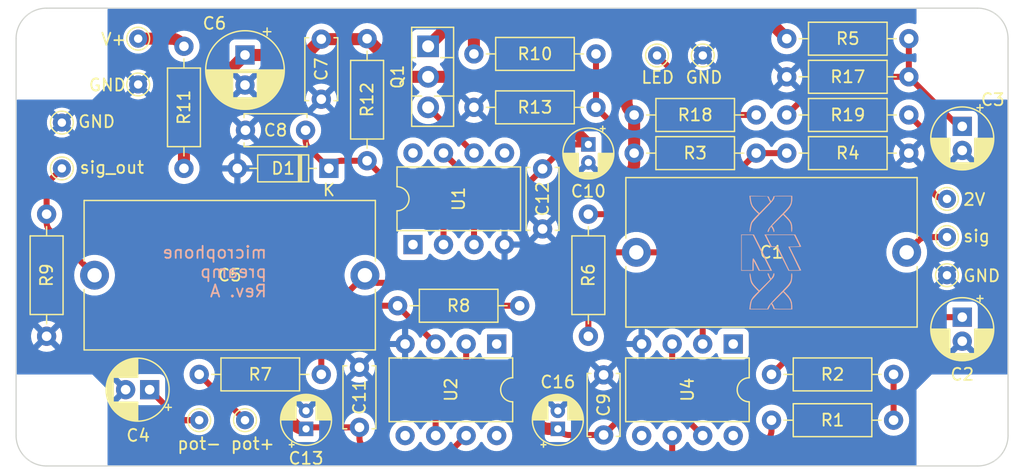
<source format=kicad_pcb>
(kicad_pcb (version 20221018) (generator pcbnew)
  (layers (0 "F.Cu" signal) (31 "B.Cu" signal) (34 "B.Paste" user) (35 "F.Paste" user) (36 "B.SilkS" user "B.Silkscreen") (37 "F.SilkS" user "F.Silkscreen") (38 "B.Mask" user) (39 "F.Mask" user) (44 "Edge.Cuts" user))
  (net 0 "")
  (net 1 "Net-(U4--)")
  (net 2 "Net-(R3-Pad1)")
  (net 3 "Net-(U2--)")
  (net 4 "/signal_input")
  (net 5 "Net-(C2-Pad1)")
  (net 6 "GND")
  (net 7 "/2V")
  (net 8 "Net-(U2-out)")
  (net 9 "Net-(J4-Pin_1)")
  (net 10 "/12V_filtered")
  (net 11 "Net-(D1-K)")
  (net 12 "/8V")
  (net 13 "/LED+")
  (net 14 "/12V")
  (net 15 "Net-(J3-Pin_1)")
  (net 16 "Net-(Q1-B)")
  (net 17 "Net-(U4-+)")
  (net 18 "Net-(U2-+)")
  (net 19 "Net-(U1-+)")
  (net 20 "Net-(J6-Pin_1)")
  (net 21 "Net-(J7-Pin_1)")
  (footprint "Package_DIP:DIP-8_W7.62mm" (layer "F.Cu") (at 173.345 104.15 -90)
    (fp_text reference "U2" (at 3.8 3.8 90) (layer "F.SilkS"))
    (fp_text value "~")
    (pad "1" thru_hole rect (at 0 0 270) (size 1.6 1.6) (drill 0.8) (layers "*.Cu" "*.Mask"))
    (pad "2" thru_hole oval (at 0 2.54 270) (size 1.6 1.6) (drill 0.8) (layers "*.Cu" "*.Mask") (net 3 "Net-(U2--)"))
    (pad "3" thru_hole oval (at 0 5.08 270) (size 1.6 1.6) (drill 0.8) (layers "*.Cu" "*.Mask") (net 18 "Net-(U2-+)"))
    (pad "4" thru_hole oval (at 0 7.62 270) (size 1.6 1.6) (drill 0.8) (layers "*.Cu" "*.Mask") (net 6 "GND"))
    (pad "5" thru_hole oval (at 7.62 7.62 270) (size 1.6 1.6) (drill 0.8) (layers "*.Cu" "*.Mask"))
    (pad "6" thru_hole oval (at 7.62 5.08 270) (size 1.6 1.6) (drill 0.8) (layers "*.Cu" "*.Mask") (net 8 "Net-(U2-out)"))
    (pad "7" thru_hole oval (at 7.62 2.54 270) (size 1.6 1.6) (drill 0.8) (layers "*.Cu" "*.Mask") (net 12 "/8V"))
    (pad "8" thru_hole oval (at 7.62 0 270) (size 1.6 1.6) (drill 0.8) (layers "*.Cu" "*.Mask"))
  )
  (footprint "Capacitor_THT:CP_Radial_D4.0mm_P1.50mm" (layer "F.Cu") (at 180.975 87.542401 -90)
    (fp_text reference "C10" (at 3.897599 0 -180) (layer "F.SilkS"))
    (fp_text value "10uF")
    (pad "1" thru_hole rect (at 0 0 270) (size 1.2 1.2) (drill 0.6) (layers "*.Cu" "*.Mask") (net 10 "/12V_filtered"))
    (pad "2" thru_hole circle (at 1.5 0 270) (size 1.2 1.2) (drill 0.6) (layers "*.Cu" "*.Mask") (net 6 "GND"))
  )
  (footprint "MountingHole:MountingHole_3.2mm_M3_DIN965" (layer "F.Cu") (at 137.16 80.01)
    (fp_text reference "H1" hide)
    (fp_text value "MountingHole")
    (pad "" np_thru_hole circle (at 0 0) (size 3.2 3.2) (drill 3.2) (layers "*.Cu" "*.Mask"))
  )
  (footprint "Resistor_THT:R_Axial_DIN0207_L6.3mm_D2.5mm_P10.16mm_Horizontal" (layer "F.Cu") (at 207.645 88.265 180)
    (fp_text reference "R4" (at 5.08 0 180) (layer "F.SilkS"))
    (fp_text value "4.7k")
    (pad "1" thru_hole circle (at 0 0 180) (size 1.6 1.6) (drill 0.8) (layers "*.Cu" "*.Mask") (net 6 "GND"))
    (pad "2" thru_hole oval (at 10.16 0 180) (size 1.6 1.6) (drill 0.8) (layers "*.Cu" "*.Mask") (net 2 "Net-(R3-Pad1)"))
  )
  (footprint "TestPoint:TestPoint_THTPad_D1.5mm_Drill0.7mm" (layer "F.Cu") (at 137.16 89.535 -90)
    (fp_text reference "J4" hide)
    (fp_text value "sig_out")
    (pad "1" thru_hole circle (at 0 0 270) (size 1.5 1.5) (drill 0.7) (layers "*.Cu" "*.Mask") (net 9 "Net-(J4-Pin_1)"))
  )
  (footprint "Capacitor_THT:C_Disc_D5.0mm_W2.5mm_P5.00mm" (layer "F.Cu") (at 161.925 111.085 90)
    (fp_text reference "C11" (at 2.5 0 90) (layer "F.SilkS"))
    (fp_text value "100nF")
    (pad "1" thru_hole circle (at 0 0 90) (size 1.6 1.6) (drill 0.8) (layers "*.Cu" "*.Mask") (net 12 "/8V"))
    (pad "2" thru_hole circle (at 5 0 90) (size 1.6 1.6) (drill 0.8) (layers "*.Cu" "*.Mask") (net 6 "GND"))
  )
  (footprint "Capacitor_THT:CP_Radial_D5.0mm_P2.00mm" (layer "F.Cu") (at 212.09 101.914888 -90)
    (fp_text reference "C2" (at 4.765112 0 -180) (layer "F.SilkS"))
    (fp_text value "22uF")
    (pad "1" thru_hole rect (at 0 0 270) (size 1.6 1.6) (drill 0.8) (layers "*.Cu" "*.Mask") (net 5 "Net-(C2-Pad1)"))
    (pad "2" thru_hole circle (at 2 0 270) (size 1.6 1.6) (drill 0.8) (layers "*.Cu" "*.Mask") (net 6 "GND"))
  )
  (footprint "TestPoint:TestPoint_THTPad_D1.5mm_Drill0.7mm" (layer "F.Cu") (at 137.16 85.725)
    (fp_text reference "J10" hide)
    (fp_text value "GND")
    (pad "1" thru_hole circle (at 0 0) (size 1.5 1.5) (drill 0.7) (layers "*.Cu" "*.Mask") (net 6 "GND"))
  )
  (footprint "Resistor_THT:R_Axial_DIN0207_L6.3mm_D2.5mm_P10.16mm_Horizontal" (layer "F.Cu") (at 197.485 85.09)
    (fp_text reference "R19" (at 5.08 0 180) (layer "F.SilkS"))
    (fp_text value "15k")
    (pad "1" thru_hole circle (at 0 0) (size 1.6 1.6) (drill 0.8) (layers "*.Cu" "*.Mask") (net 7 "/2V"))
    (pad "2" thru_hole oval (at 10.16 0) (size 1.6 1.6) (drill 0.8) (layers "*.Cu" "*.Mask") (net 21 "Net-(J7-Pin_1)"))
  )
  (footprint "Package_DIP:DIP-8_W7.62mm" (layer "F.Cu") (at 193.03 104.15 -90)
    (fp_text reference "U4" (at 3.8 3.8 90) (layer "F.SilkS"))
    (fp_text value "~")
    (pad "1" thru_hole rect (at 0 0 270) (size 1.6 1.6) (drill 0.8) (layers "*.Cu" "*.Mask"))
    (pad "2" thru_hole oval (at 0 2.54 270) (size 1.6 1.6) (drill 0.8) (layers "*.Cu" "*.Mask") (net 1 "Net-(U4--)"))
    (pad "3" thru_hole oval (at 0 5.08 270) (size 1.6 1.6) (drill 0.8) (layers "*.Cu" "*.Mask") (net 17 "Net-(U4-+)"))
    (pad "4" thru_hole oval (at 0 7.62 270) (size 1.6 1.6) (drill 0.8) (layers "*.Cu" "*.Mask") (net 6 "GND"))
    (pad "5" thru_hole oval (at 7.62 7.62 270) (size 1.6 1.6) (drill 0.8) (layers "*.Cu" "*.Mask"))
    (pad "6" thru_hole oval (at 7.62 5.08 270) (size 1.6 1.6) (drill 0.8) (layers "*.Cu" "*.Mask") (net 3 "Net-(U2--)"))
    (pad "7" thru_hole oval (at 7.62 2.54 270) (size 1.6 1.6) (drill 0.8) (layers "*.Cu" "*.Mask") (net 12 "/8V"))
    (pad "8" thru_hole oval (at 7.62 0 270) (size 1.6 1.6) (drill 0.8) (layers "*.Cu" "*.Mask"))
  )
  (footprint "Capacitor_THT:CP_Radial_D4.0mm_P1.50mm" (layer "F.Cu") (at 157.48 111.2126 90)
    (fp_text reference "C13" (at -2.4524 0 180) (layer "F.SilkS"))
    (fp_text value "10uF")
    (pad "1" thru_hole rect (at 0 0 90) (size 1.2 1.2) (drill 0.6) (layers "*.Cu" "*.Mask") (net 12 "/8V"))
    (pad "2" thru_hole circle (at 1.5 0 90) (size 1.2 1.2) (drill 0.6) (layers "*.Cu" "*.Mask") (net 6 "GND"))
  )
  (footprint "Resistor_THT:R_Axial_DIN0207_L6.3mm_D2.5mm_P10.16mm_Horizontal" (layer "F.Cu") (at 207.645 78.74 180)
    (fp_text reference "R5" (at 5.08 0 180) (layer "F.SilkS"))
    (fp_text value "3k")
    (pad "1" thru_hole circle (at 0 0 180) (size 1.6 1.6) (drill 0.8) (layers "*.Cu" "*.Mask") (net 7 "/2V"))
    (pad "2" thru_hole oval (at 10.16 0 180) (size 1.6 1.6) (drill 0.8) (layers "*.Cu" "*.Mask") (net 12 "/8V"))
  )
  (footprint "Resistor_THT:R_Axial_DIN0207_L6.3mm_D2.5mm_P10.16mm_Horizontal" (layer "F.Cu") (at 147.32 79.375 -90)
    (fp_text reference "R11" (at 5.08 0 90) (layer "F.SilkS"))
    (fp_text value "50")
    (pad "1" thru_hole circle (at 0 0 270) (size 1.6 1.6) (drill 0.8) (layers "*.Cu" "*.Mask") (net 14 "/12V"))
    (pad "2" thru_hole oval (at 10.16 0 270) (size 1.6 1.6) (drill 0.8) (layers "*.Cu" "*.Mask") (net 10 "/12V_filtered"))
  )
  (footprint "Package_TO_SOT_THT:TO-126-3_Vertical" (layer "F.Cu") (at 167.64 79.375 -90)
    (fp_text reference "Q1" (at 2.54 2.54 -90) (layer "F.SilkS"))
    (fp_text value "BD139")
    (pad "1" thru_hole rect (at 0 0 270) (size 1.8 1.8) (drill 1) (layers "*.Cu" "*.Mask") (net 12 "/8V"))
    (pad "2" thru_hole oval (at 2.54 0 270) (size 1.8 1.8) (drill 1) (layers "*.Cu" "*.Mask") (net 10 "/12V_filtered"))
    (pad "3" thru_hole oval (at 5.08 0 270) (size 1.8 1.8) (drill 1) (layers "*.Cu" "*.Mask") (net 16 "Net-(Q1-B)"))
  )
  (footprint "Resistor_THT:R_Axial_DIN0207_L6.3mm_D2.5mm_P10.16mm_Horizontal" (layer "F.Cu") (at 171.45 84.455)
    (fp_text reference "R13" (at 5.08 0 180) (layer "F.SilkS"))
    (fp_text value "6.2k")
    (pad "1" thru_hole circle (at 0 0) (size 1.6 1.6) (drill 0.8) (layers "*.Cu" "*.Mask") (net 6 "GND"))
    (pad "2" thru_hole oval (at 10.16 0) (size 1.6 1.6) (drill 0.8) (layers "*.Cu" "*.Mask") (net 19 "Net-(U1-+)"))
  )
  (footprint "TestPoint:TestPoint_THTPad_D1.5mm_Drill0.7mm" (layer "F.Cu") (at 210.82 92.075)
    (fp_text reference "J7" hide)
    (fp_text value "2V")
    (pad "1" thru_hole circle (at 0 0) (size 1.5 1.5) (drill 0.7) (layers "*.Cu" "*.Mask") (net 21 "Net-(J7-Pin_1)"))
  )
  (footprint "TestPoint:TestPoint_THTPad_D1.5mm_Drill0.7mm" (layer "F.Cu") (at 143.51 82.55)
    (fp_text reference "J9" hide)
    (fp_text value "GND")
    (pad "1" thru_hole circle (at 0 0) (size 1.5 1.5) (drill 0.7) (layers "*.Cu" "*.Mask") (net 6 "GND"))
  )
  (footprint "Capacitor_THT:C_Disc_D5.0mm_W2.5mm_P5.00mm" (layer "F.Cu") (at 157.44 86.36 180)
    (fp_text reference "C8" (at 2.5 0) (layer "F.SilkS"))
    (fp_text value "100nF")
    (pad "1" thru_hole circle (at 0 0 180) (size 1.6 1.6) (drill 0.8) (layers "*.Cu" "*.Mask") (net 11 "Net-(D1-K)"))
    (pad "2" thru_hole circle (at 5 0 180) (size 1.6 1.6) (drill 0.8) (layers "*.Cu" "*.Mask") (net 6 "GND"))
  )
  (footprint "MountingHole:MountingHole_3.2mm_M3_DIN965" (layer "F.Cu") (at 137.16 110.49)
    (fp_text reference "H4" hide)
    (fp_text value "MountingHole")
    (pad "" np_thru_hole circle (at 0 0) (size 3.2 3.2) (drill 3.2) (layers "*.Cu" "*.Mask"))
  )
  (footprint "Resistor_THT:R_Axial_DIN0207_L6.3mm_D2.5mm_P10.16mm_Horizontal" (layer "F.Cu") (at 181.61 80.01 180)
    (fp_text reference "R10" (at 5.08 0 180) (layer "F.SilkS"))
    (fp_text value "1.8k")
    (pad "1" thru_hole circle (at 0 0 180) (size 1.6 1.6) (drill 0.8) (layers "*.Cu" "*.Mask") (net 19 "Net-(U1-+)"))
    (pad "2" thru_hole oval (at 10.16 0 180) (size 1.6 1.6) (drill 0.8) (layers "*.Cu" "*.Mask") (net 12 "/8V"))
  )
  (footprint "Resistor_THT:R_Axial_DIN0207_L6.3mm_D2.5mm_P10.16mm_Horizontal" (layer "F.Cu") (at 206.375 110.49 180)
    (fp_text reference "R1" (at 5.08 0) (layer "F.SilkS"))
    (fp_text value "47k")
    (pad "1" thru_hole circle (at 0 0 180) (size 1.6 1.6) (drill 0.8) (layers "*.Cu" "*.Mask") (net 17 "Net-(U4-+)"))
    (pad "2" thru_hole oval (at 10.16 0 180) (size 1.6 1.6) (drill 0.8) (layers "*.Cu" "*.Mask") (net 3 "Net-(U2--)"))
  )
  (footprint "Resistor_THT:R_Axial_DIN0207_L6.3mm_D2.5mm_P10.16mm_Horizontal" (layer "F.Cu") (at 180.975 93.345 -90)
    (fp_text reference "R6" (at 5.08 0 90) (layer "F.SilkS"))
    (fp_text value "47k")
    (pad "1" thru_hole circle (at 0 0 270) (size 1.6 1.6) (drill 0.8) (layers "*.Cu" "*.Mask") (net 2 "Net-(R3-Pad1)"))
    (pad "2" thru_hole oval (at 10.16 0 270) (size 1.6 1.6) (drill 0.8) (layers "*.Cu" "*.Mask") (net 1 "Net-(U4--)"))
  )
  (footprint "MountingHole:MountingHole_3.2mm_M3_DIN965" (layer "F.Cu") (at 212.09 80.01)
    (fp_text reference "H2" hide)
    (fp_text value "MountingHole")
    (pad "" np_thru_hole circle (at 0 0) (size 3.2 3.2) (drill 3.2) (layers "*.Cu" "*.Mask"))
  )
  (footprint "TestPoint:TestPoint_THTPad_D1.5mm_Drill0.7mm" (layer "F.Cu") (at 190.5 80.137)
    (fp_text reference "J11" hide)
    (fp_text value "LED-")
    (pad "1" thru_hole circle (at 0 0) (size 1.5 1.5) (drill 0.7) (layers "*.Cu" "*.Mask") (net 6 "GND"))
  )
  (footprint "Package_DIP:DIP-8_W7.62mm" (layer "F.Cu") (at 166.38 95.875 90)
    (fp_text reference "U1" (at 3.8 3.8 90) (layer "F.SilkS"))
    (fp_text value "~")
    (pad "1" thru_hole rect (at 0 0 90) (size 1.6 1.6) (drill 0.8) (layers "*.Cu" "*.Mask"))
    (pad "2" thru_hole oval (at 0 2.54 90) (size 1.6 1.6) (drill 0.8) (layers "*.Cu" "*.Mask") (net 11 "Net-(D1-K)"))
    (pad "3" thru_hole oval (at 0 5.08 90) (size 1.6 1.6) (drill 0.8) (layers "*.Cu" "*.Mask") (net 19 "Net-(U1-+)"))
    (pad "4" thru_hole oval (at 0 7.62 90) (size 1.6 1.6) (drill 0.8) (layers "*.Cu" "*.Mask") (net 6 "GND"))
    (pad "5" thru_hole oval (at 7.62 7.62 90) (size 1.6 1.6) (drill 0.8) (layers "*.Cu" "*.Mask"))
    (pad "6" thru_hole oval (at 7.62 5.08 90) (size 1.6 1.6) (drill 0.8) (layers "*.Cu" "*.Mask") (net 16 "Net-(Q1-B)"))
    (pad "7" thru_hole oval (at 7.62 2.54 90) (size 1.6 1.6) (drill 0.8) (layers "*.Cu" "*.Mask") (net 10 "/12V_filtered"))
    (pad "8" thru_hole oval (at 7.62 0 90) (size 1.6 1.6) (drill 0.8) (layers "*.Cu" "*.Mask"))
  )
  (footprint "TestPoint:TestPoint_THTPad_D1.5mm_Drill0.7mm" (layer "F.Cu") (at 148.59 110.49)
    (fp_text reference "J3" hide)
    (fp_text value "Pot_GND")
    (pad "1" thru_hole circle (at 0 0) (size 1.5 1.5) (drill 0.7) (layers "*.Cu" "*.Mask") (net 15 "Net-(J3-Pin_1)"))
  )
  (footprint "TestPoint:TestPoint_THTPad_D1.5mm_Drill0.7mm" (layer "F.Cu") (at 152.4 110.49)
    (fp_text reference "J6" hide)
    (fp_text value "Pot+")
    (pad "1" thru_hole circle (at 0 0) (size 1.5 1.5) (drill 0.7) (layers "*.Cu" "*.Mask") (net 20 "Net-(J6-Pin_1)"))
  )
  (footprint "Resistor_THT:R_Axial_DIN0207_L6.3mm_D2.5mm_P10.16mm_Horizontal" (layer "F.Cu") (at 135.89 103.505 90)
    (fp_text reference "R9" (at 5.08 0 90) (layer "F.SilkS"))
    (fp_text value "47k")
    (pad "1" thru_hole circle (at 0 0 90) (size 1.6 1.6) (drill 0.8) (layers "*.Cu" "*.Mask") (net 6 "GND"))
    (pad "2" thru_hole oval (at 10.16 0 90) (size 1.6 1.6) (drill 0.8) (layers "*.Cu" "*.Mask") (net 9 "Net-(J4-Pin_1)"))
  )
  (footprint "Resistor_THT:R_Axial_DIN0207_L6.3mm_D2.5mm_P10.16mm_Horizontal" (layer "F.Cu") (at 194.945 88.265 180)
    (fp_text reference "R3" (at 5.08 0 180) (layer "F.SilkS"))
    (fp_text value "4.7k")
    (pad "1" thru_hole circle (at 0 0 180) (size 1.6 1.6) (drill 0.8) (layers "*.Cu" "*.Mask") (net 2 "Net-(R3-Pad1)"))
    (pad "2" thru_hole oval (at 10.16 0 180) (size 1.6 1.6) (drill 0.8) (layers "*.Cu" "*.Mask") (net 12 "/8V"))
  )
  (footprint "MountingHole:MountingHole_3.2mm_M3_DIN965" (layer "F.Cu") (at 212.09 110.49)
    (fp_text reference "H3" hide)
    (fp_text value "MountingHole")
    (pad "" np_thru_hole circle (at 0 0) (size 3.2 3.2) (drill 3.2) (layers "*.Cu" "*.Mask"))
  )
  (footprint "TestPoint:TestPoint_THTPad_D1.5mm_Drill0.7mm" (layer "F.Cu") (at 143.51 78.74 -90)
    (fp_text reference "J2" hide)
    (fp_text value "12V")
    (pad "1" thru_hole circle (at 0 0 270) (size 1.5 1.5) (drill 0.7) (layers "*.Cu" "*.Mask") (net 14 "/12V"))
  )
  (footprint "TestPoint:TestPoint_THTPad_D1.5mm_Drill0.7mm" (layer "F.Cu") (at 210.82 98.425)
    (fp_text reference "J8" hide)
    (fp_text value "GND")
    (pad "1" thru_hole circle (at 0 0) (size 1.5 1.5) (drill 0.7) (layers "*.Cu" "*.Mask") (net 6 "GND"))
  )
  (footprint "Capacitor_THT:C_Rect_L24.0mm_W12.2mm_P22.50mm_MKT" (layer "F.Cu") (at 207.465 96.52 180)
    (fp_text reference "C1" (at 11.25 0) (layer "F.SilkS"))
    (fp_text value "3.3uF")
    (pad "1" thru_hole circle (at 0 0 180) (size 2.4 2.4) (drill 1.2) (layers "*.Cu" "*.Mask") (net 4 "/signal_input"))
    (pad "2" thru_hole circle (at 22.5 0 180) (size 2.4 2.4) (drill 1.2) (layers "*.Cu" "*.Mask") (net 1 "Net-(U4--)"))
  )
  (footprint "TestPoint:TestPoint_THTPad_D1.5mm_Drill0.7mm" (layer "F.Cu") (at 186.69 80.137 180)
    (fp_text reference "J5" hide)
    (fp_text value "LED+")
    (pad "1" thru_hole circle (at 0 0 180) (size 1.5 1.5) (drill 0.7) (layers "*.Cu" "*.Mask") (net 13 "/LED+"))
  )
  (footprint "Resistor_THT:R_Axial_DIN0207_L6.3mm_D2.5mm_P10.16mm_Horizontal" (layer "F.Cu") (at 194.945 85.09 180)
    (fp_text reference "R18" (at 5.08 0 180) (layer "F.SilkS"))
    (fp_text value "R_LED")
    (pad "1" thru_hole circle (at 0 0 180) (size 1.6 1.6) (drill 0.8) (layers "*.Cu" "*.Mask") (net 13 "/LED+"))
    (pad "2" thru_hole oval (at 10.16 0 180) (size 1.6 1.6) (drill 0.8) (layers "*.Cu" "*.Mask") (net 12 "/8V"))
  )
  (footprint "TestPoint:TestPoint_THTPad_D1.5mm_Drill0.7mm" (layer "F.Cu") (at 210.82 95.25 180)
    (fp_text reference "J1" hide)
    (fp_text value "sig_in")
    (pad "1" thru_hole circle (at 0 0 180) (size 1.5 1.5) (drill 0.7) (layers "*.Cu" "*.Mask") (net 4 "/signal_input"))
  )
  (footprint "Capacitor_THT:CP_Radial_D4.0mm_P1.50mm" (layer "F.Cu") (at 178.435 111.2126 90)
    (fp_text reference "C16" (at 3.8976 0 180) (layer "F.SilkS"))
    (fp_text value "10uF")
    (pad "1" thru_hole rect (at 0 0 90) (size 1.2 1.2) (drill 0.6) (layers "*.Cu" "*.Mask") (net 12 "/8V"))
    (pad "2" thru_hole circle (at 1.5 0 90) (size 1.2 1.2) (drill 0.6) (layers "*.Cu" "*.Mask") (net 6 "GND"))
  )
  (footprint "Capacitor_THT:C_Disc_D5.0mm_W2.5mm_P5.00mm" (layer "F.Cu") (at 158.75 78.78 -90)
    (fp_text reference "C7" (at 2.5 0 -90) (layer "F.SilkS"))
    (fp_text value "100nF")
    (pad "1" thru_hole circle (at 0 0 270) (size 1.6 1.6) (drill 0.8) (layers "*.Cu" "*.Mask") (net 10 "/12V_filtered"))
    (pad "2" thru_hole circle (at 5 0 270) (size 1.6 1.6) (drill 0.8) (layers "*.Cu" "*.Mask") (net 6 "GND"))
  )
  (footprint "Resistor_THT:R_Axial_DIN0207_L6.3mm_D2.5mm_P10.16mm_Horizontal" (layer "F.Cu") (at 196.215 106.68)
    (fp_text reference "R2" (at 5.08 0) (layer "F.SilkS"))
    (fp_text value "3.3k")
    (pad "1" thru_hole circle (at 0 0) (size 1.6 1.6) (drill 0.8) (layers "*.Cu" "*.Mask") (net 5 "Net-(C2-Pad1)"))
    (pad "2" thru_hole oval (at 10.16 0) (size 1.6 1.6) (drill 0.8) (layers "*.Cu" "*.Mask") (net 17 "Net-(U4-+)"))
  )
  (footprint "Capacitor_THT:CP_Radial_D5.0mm_P2.00mm" (layer "F.Cu") (at 212.09 86.039888 -90)
    (fp_text reference "C3" (at -2.219888 -2.54) (layer "F.SilkS"))
    (fp_text value "22uF")
    (pad "1" thru_hole rect (at 0 0 270) (size 1.6 1.6) (drill 0.8) (layers "*.Cu" "*.Mask") (net 7 "/2V"))
    (pad "2" thru_hole circle (at 2 0 270) (size 1.6 1.6) (drill 0.8) (layers "*.Cu" "*.Mask") (net 6 "GND"))
  )
  (footprint "Resistor_THT:R_Axial_DIN0207_L6.3mm_D2.5mm_P10.16mm_Horizontal" (layer "F.Cu") (at 165.1 100.965)
    (fp_text reference "R8" (at 5.08 0) (layer "F.SilkS"))
    (fp_text value "47k")
    (pad "1" thru_hole circle (at 0 0) (size 1.6 1.6) (drill 0.8) (layers "*.Cu" "*.Mask") (net 18 "Net-(U2-+)"))
    (pad "2" thru_hole oval (at 10.16 0) (size 1.6 1.6) (drill 0.8) (layers "*.Cu" "*.Mask") (net 8 "Net-(U2-out)"))
  )
  (footprint "Capacitor_THT:CP_Radial_D5.0mm_P2.00mm" (layer "F.Cu") (at 144.465113 107.95 180)
    (fp_text reference "C4" (at 0.955113 -3.81 180) (layer "F.SilkS"))
    (fp_text value "22uF")
    (pad "1" thru_hole rect (at 0 0 180) (size 1.6 1.6) (drill 0.8) (layers "*.Cu" "*.Mask") (net 15 "Net-(J3-Pin_1)"))
    (pad "2" thru_hole circle (at 2 0 180) (size 1.6 1.6) (drill 0.8) (layers "*.Cu" "*.Mask") (net 6 "GND"))
  )
  (footprint "Resistor_THT:R_Axial_DIN0207_L6.3mm_D2.5mm_P10.16mm_Horizontal" (layer "F.Cu") (at 162.56 88.9 90)
    (fp_text reference "R12" (at 5.08 0 90) (layer "F.SilkS"))
    (fp_text value "4.7k")
    (pad "1" thru_hole circle (at 0 0 90) (size 1.6 1.6) (drill 0.8) (layers "*.Cu" "*.Mask") (net 11 "Net-(D1-K)"))
    (pad "2" thru_hole oval (at 10.16 0 90) (size 1.6 1.6) (drill 0.8) (layers "*.Cu" "*.Mask") (net 10 "/12V_filtered"))
  )
  (footprint "Capacitor_THT:CP_Radial_D6.3mm_P2.50mm" (layer "F.Cu") (at 152.4 80.097621 -90)
    (fp_text reference "C6" (at -2.627621 2.54 -180) (layer "F.SilkS"))
    (fp_text value "100uF")
    (pad "1" thru_hole rect (at 0 0 270) (size 1.6 1.6) (drill 0.8) (layers "*.Cu" "*.Mask") (net 10 "/12V_filtered"))
    (pad "2" thru_hole circle (at 2.5 0 270) (size 1.6 1.6) (drill 0.8) (layers "*.Cu" "*.Mask") (net 6 "GND"))
  )
  (footprint "Capacitor_THT:C_Rect_L24.0mm_W12.2mm_P22.50mm_MKT" (layer "F.Cu") (at 162.38 98.425 180)
    (fp_text reference "C5" (at 11.25 0) (layer "F.SilkS"))
    (fp_text value "3.3uF")
    (pad "1" thru_hole circle (at 0 0 180) (size 2.4 2.4) (drill 1.2) (layers "*.Cu" "*.Mask") (net 8 "Net-(U2-out)"))
    (pad "2" thru_hole circle (at 22.5 0 180) (size 2.4 2.4) (drill 1.2) (layers "*.Cu" "*.Mask") (net 9 "Net-(J4-Pin_1)"))
  )
  (footprint "Capacitor_THT:C_Disc_D5.0mm_W2.5mm_P5.00mm" (layer "F.Cu") (at 182.245 111.72 90)
    (fp_text reference "C9" (at 2.5 0 90) (layer "F.SilkS"))
    (fp_text value "100nF")
    (pad "1" thru_hole circle (at 0 0 90) (size 1.6 1.6) (drill 0.8) (layers "*.Cu" "*.Mask") (net 12 "/8V"))
    (pad "2" thru_hole circle (at 5 0 90) (size 1.6 1.6) (drill 0.8) (layers "*.Cu" "*.Mask") (net 6 "GND"))
  )
  (footprint "Resistor_THT:R_Axial_DIN0207_L6.3mm_D2.5mm_P10.16mm_Horizontal" (layer "F.Cu") (at 148.59 106.68)
    (fp_text reference "R7" (at 5.08 0) (layer "F.SilkS"))
    (fp_text value "3.3k")
    (pad "1" thru_hole circle (at 0 0) (size 1.6 1.6) (drill 0.8) (layers "*.Cu" "*.Mask") (net 20 "Net-(J6-Pin_1)"))
    (pad "2" thru_hole oval (at 10.16 0) (size 1.6 1.6) (drill 0.8) (layers "*.Cu" "*.Mask") (net 18 "Net-(U2-+)"))
  )
  (footprint "Resistor_THT:R_Axial_DIN0207_L6.3mm_D2.5mm_P10.16mm_Horizontal" (layer "F.Cu") (at 197.485 81.915)
    (fp_text reference "R17" (at 5.08 0 180) (layer "F.SilkS"))
    (fp_text value "1k")
    (pad "1" thru_hole circle (at 0 0) (size 1.6 1.6) (drill 0.8) (layers "*.Cu" "*.Mask") (net 6 "GND"))
    (pad "2" thru_hole oval (at 10.16 0) (size 1.6 1.6) (drill 0.8) (layers "*.Cu" "*.Mask") (net 7 "/2V"))
  )
  (footprint "Capacitor_THT:C_Disc_D5.0mm_W2.5mm_P5.00mm" (layer "F.Cu") (at 177.165 89.575 -90)
    (fp_text reference "C12" (at 2.5 0 -270) (layer "F.SilkS"))
    (fp_text value "100nF")
    (pad "1" thru_hole circle (at 0 0 270) (size 1.6 1.6) (drill 0.8) (layers "*.Cu" "*.Mask") (net 10 "/12V_filtered"))
    (pad "2" thru_hole circle (at 5 0 270) (size 1.6 1.6) (drill 0.8) (layers "*.Cu" "*.Mask") (net 6 "GND"))
  )
  (footprint "Diode_THT:D_DO-35_SOD27_P7.62mm_Horizontal" (layer "F.Cu") (at 159.385 89.535 180)
    (fp_text reference "D1" (at 3.81 0) (layer "F.SilkS"))
    (fp_text value "6.2V")
    (fp_text user "K" (at 0 -1.8) (layer "F.SilkS"))
    (pad "1" thru_hole rect (at 0 0 180) (size 1.6 1.6) (drill 0.8) (layers "*.Cu" "*.Mask") (net 11 "Net-(D1-K)"))
    (pad "2" thru_hole oval (at 7.62 0 180) (size 1.6 1.6) (drill 0.8) (layers "*.Cu" "*.Mask") (net 6 "GND"))
  )
  (footprint "FA_logos:full_logo_small" (layer "B.Cu") (at 196.215 96.52 180)
    (fp_text reference "G***" hide)
    (fp_text value "LOGO" hide)
  )
  (gr_arc (start 213.36 76.2) (mid 215.156051 76.943949) (end 215.9 78.74) (stroke (width 0.1)) (layer "Edge.Cuts"))
  (gr_line (start 133.35 78.74) (end 133.35 111.76) (stroke (width 0.1)) (layer "Edge.Cuts"))
  (gr_line (start 135.89 114.3) (end 213.36 114.3) (stroke (width 0.1)) (layer "Edge.Cuts"))
  (gr_arc (start 133.35 78.74) (mid 134.093949 76.943949) (end 135.89 76.2) (stroke (width 0.1)) (layer "Edge.Cuts"))
  (gr_line (start 135.89 76.2) (end 213.36 76.2) (stroke (width 0.1)) (layer "Edge.Cuts"))
  (gr_arc (start 215.9 111.76) (mid 215.156051 113.556051) (end 213.36 114.3) (stroke (width 0.1)) (layer "Edge.Cuts"))
  (gr_line (start 215.9 78.74) (end 215.9 111.76) (stroke (width 0.1)) (layer "Edge.Cuts"))
  (gr_arc (start 135.89 114.3) (mid 134.093949 113.556051) (end 133.35 111.76) (stroke (width 0.1)) (layer "Edge.Cuts"))
  (gr_text "microphone\npreamp\nRev. A" (at 154.305 100.33) (layer "B.SilkS") (effects (font (size 1 1)) (justify left bottom mirror)))
  (gr_text "GND" (at 138.43 86.233) (layer "F.SilkS") (effects (font (size 1 1)) (justify left bottom)))
  (gr_text "2V\n" (at 212.09 92.71) (layer "F.SilkS") (effects (font (size 1 1)) (justify left bottom)))
  (gr_text "pot-" (at 146.685 113.03) (layer "F.SilkS") (effects (font (size 1 1)) (justify left bottom)))
  (gr_text "GND" (at 139.319 83.185) (layer "F.SilkS") (effects (font (size 1 1)) (justify left bottom)))
  (gr_text "sig" (at 212.09 95.758) (layer "F.SilkS") (effects (font (size 1 1)) (justify left bottom)))
  (gr_text "GND\n" (at 212.09 99.06) (layer "F.SilkS") (effects (font (size 1 1)) (justify left bottom)))
  (gr_text "pot+" (at 151.13 113.03) (layer "F.SilkS") (effects (font (size 1 1)) (justify left bottom)))
  (gr_text "sig_out" (at 138.557 90.043) (layer "F.SilkS") (effects (font (size 1 1)) (justify left bottom)))
  (gr_text "GND" (at 188.976 82.55) (layer "F.SilkS") (effects (font (size 1 1)) (justify left bottom)))
  (gr_text "V+\n" (at 140.335 79.375) (layer "F.SilkS") (effects (font (size 1 1)) (justify left bottom)))
  (gr_text "LED" (at 185.293 82.55) (layer "F.SilkS") (effects (font (size 1 1)) (justify left bottom)))
  (segment (start 188.180786 96.52) (end 184.965 96.52) (width 0.5) (layer "F.Cu") (net 1))
  (segment (start 180.975 98.839214) (end 180.975 103.505) (width 0.5) (layer "F.Cu") (net 1))
  (segment (start 182.587107 96.812893) (end 181.267893 98.132107) (width 0.5) (layer "F.Cu") (net 1))
  (segment (start 184.965 96.52) (end 183.294214 96.52) (width 0.5) (layer "F.Cu") (net 1))
  (segment (start 190.197107 98.122107) (end 188.887893 96.812893) (width 0.5) (layer "F.Cu") (net 1))
  (segment (start 190.49 104.15) (end 190.49 98.829214) (width 0.5) (layer "F.Cu") (net 1))
  (arc (start 190.197107 98.122107) (mid 190.41388 98.44653) (end 190.49 98.829214) (width 0.5) (layer "F.Cu") (net 1))
  (arc (start 180.975 98.839214) (mid 181.05112 98.456531) (end 181.267893 98.132107) (width 0.5) (layer "F.Cu") (net 1))
  (arc (start 188.180786 96.52) (mid 188.563469 96.59612) (end 188.887893 96.812893) (width 0.5) (layer "F.Cu") (net 1))
  (arc (start 183.294214 96.52) (mid 182.911531 96.59612) (end 182.587107 96.812893) (width 0.5) (layer "F.Cu") (net 1))
  (segment (start 180.975 93.345) (end 189.450786 93.345) (width 0.5) (layer "F.Cu") (net 2))
  (segment (start 197.485 88.265) (end 194.945 88.265) (width 0.5) (layer "F.Cu") (net 2))
  (segment (start 190.157893 93.052107) (end 194.945 88.265) (width 0.5) (layer "F.Cu") (net 2))
  (arc (start 189.450786 93.345) (mid 189.833469 93.26888) (end 190.157893 93.052107) (width 0.5) (layer "F.Cu") (net 2))
  (segment (start 170.805 106.255786) (end 170.805 104.15) (width 0.5) (layer "F.Cu") (net 3))
  (segment (start 193.895786 113.665) (end 187.95 113.665) (width 0.5) (layer "F.Cu") (net 3))
  (segment (start 187.95 113.665) (end 187.95 111.77) (width 0.5) (layer "F.Cu") (net 3))
  (segment (start 177.507107 113.372107) (end 171.097893 106.962893) (width 0.5) (layer "F.Cu") (net 3))
  (segment (start 195.922107 112.052893) (end 194.602893 113.372107) (width 0.5) (layer "F.Cu") (net 3))
  (segment (start 196.215 110.49) (end 196.215 111.345786) (width 0.5) (layer "F.Cu") (net 3))
  (segment (start 187.95 113.665) (end 178.214214 113.665) (width 0.5) (layer "F.Cu") (net 3))
  (arc (start 195.922107 112.052893) (mid 196.13888 111.72847) (end 196.215 111.345786) (width 0.5) (layer "F.Cu") (net 3))
  (arc (start 177.507107 113.372107) (mid 177.83153 113.58888) (end 178.214214 113.665) (width 0.5) (layer "F.Cu") (net 3))
  (arc (start 170.805 106.255786) (mid 170.88112 106.638469) (end 171.097893 106.962893) (width 0.5) (layer "F.Cu") (net 3))
  (arc (start 193.895786 113.665) (mid 194.278469 113.58888) (end 194.602893 113.372107) (width 0.5) (layer "F.Cu") (net 3))
  (segment (start 208.442107 95.542893) (end 207.465 96.52) (width 0.5) (layer "F.Cu") (net 4))
  (segment (start 210.818394 95.251606) (end 209.05088 95.251606) (width 0.5) (layer "F.Cu") (net 4))
  (segment (start 210.82 95.25) (end 210.818394 95.251606) (width 0.5) (layer "F.Cu") (net 4))
  (arc (start 209.05088 95.251606) (mid 208.721659 95.346014) (end 208.442107 95.542893) (width 0.5) (layer "F.Cu") (net 4))
  (segment (start 200.687219 102.207781) (end 196.215 106.68) (width 0.5) (layer "F.Cu") (net 5))
  (segment (start 212.09 101.914888) (end 201.394326 101.914888) (width 0.5) (layer "F.Cu") (net 5))
  (arc (start 200.687219 102.207781) (mid 201.011642 101.991008) (end 201.394326 101.914888) (width 0.5) (layer "F.Cu") (net 5))
  (segment (start 207.645 78.74) (end 207.645 81.915) (width 0.5) (layer "F.Cu") (net 7))
  (segment (start 207.645 81.915) (end 201.074214 81.915) (width 0.5) (layer "F.Cu") (net 7))
  (segment (start 200.367107 82.207893) (end 197.485 85.09) (width 0.5) (layer "F.Cu") (net 7))
  (segment (start 211.769888 86.039888) (end 212.09 86.039888) (width 0.5) (layer "F.Cu") (net 7))
  (segment (start 207.645 81.915) (end 211.769888 86.039888) (width 0.5) (layer "F.Cu") (net 7))
  (arc (start 201.074214 81.915) (mid 200.691531 81.99112) (end 200.367107 82.207893) (width 0.5) (layer "F.Cu") (net 7))
  (segment (start 166.590786 108.585) (end 158.529214 108.585) (width 0.5) (layer "F.Cu") (net 8))
  (segment (start 167.972107 109.552107) (end 167.297893 108.877893) (width 0.5) (layer "F.Cu") (net 8))
  (segment (start 157.137893 103.667107) (end 162.38 98.425) (width 0.5) (layer "F.Cu") (net 8))
  (segment (start 167.982107 100.672107) (end 166.662893 99.352893) (width 0.5) (layer "F.Cu") (net 8))
  (segment (start 157.822107 108.292107) (end 157.137893 107.607893) (width 0.5) (layer "F.Cu") (net 8))
  (segment (start 156.845 106.900786) (end 156.845 104.374214) (width 0.5) (layer "F.Cu") (net 8))
  (segment (start 168.265 111.77) (end 168.265 110.259214) (width 0.5) (layer "F.Cu") (net 8))
  (segment (start 175.26 100.965) (end 168.689214 100.965) (width 0.5) (layer "F.Cu") (net 8))
  (segment (start 162.722107 98.767107) (end 162.38 98.425) (width 0.5) (layer "F.Cu") (net 8))
  (segment (start 165.955786 99.06) (end 163.429214 99.06) (width 0.5) (layer "F.Cu") (net 8))
  (arc (start 157.137893 103.667107) (mid 156.92112 103.99153) (end 156.845 104.374214) (width 0.5) (layer "F.Cu") (net 8))
  (arc (start 167.972107 109.552107) (mid 168.18888 109.87653) (end 168.265 110.259214) (width 0.5) (layer "F.Cu") (net 8))
  (arc (start 158.529214 108.585) (mid 158.146531 108.50888) (end 157.822107 108.292107) (width 0.5) (layer "F.Cu") (net 8))
  (arc (start 166.662893 99.352893) (mid 166.33847 99.13612) (end 165.955786 99.06) (width 0.5) (layer "F.Cu") (net 8))
  (arc (start 166.590786 108.585) (mid 166.973469 108.66112) (end 167.297893 108.877893) (width 0.5) (layer "F.Cu") (net 8))
  (arc (start 168.689214 100.965) (mid 168.306531 100.88888) (end 167.982107 100.672107) (width 0.5) (layer "F.Cu") (net 8))
  (arc (start 157.137893 107.607893) (mid 156.92112 107.28347) (end 156.845 106.900786) (width 0.5) (layer "F.Cu") (net 8))
  (arc (start 162.722107 98.767107) (mid 163.04653 98.98388) (end 163.429214 99.06) (width 0.5) (layer "F.Cu") (net 8))
  (segment (start 135.89 91.219214) (end 135.89 94.020786) (width 0.5) (layer "F.Cu") (net 9))
  (segment (start 136.182893 94.727893) (end 139.88 98.425) (width 0.5) (layer "F.Cu") (net 9))
  (segment (start 137.16 89.535) (end 136.182893 90.512107) (width 0.5) (layer "F.Cu") (net 9))
  (arc (start 135.89 91.219214) (mid 135.96612 90.836531) (end 136.182893 90.512107) (width 0.5) (layer "F.Cu") (net 9))
  (arc (start 135.89 94.020786) (mid 135.96612 94.403469) (end 136.182893 94.727893) (width 0.5) (layer "F.Cu") (net 9))
  (segment (start 157.725272 79.804728) (end 158.75 78.78) (width 1) (layer "F.Cu") (net 10))
  (segment (start 179.571813 87.542401) (end 180.975 87.542401) (width 0.5) (layer "F.Cu") (net 10))
  (segment (start 158.75 78.78) (end 162.52 78.78) (width 1) (layer "F.Cu") (net 10))
  (segment (start 171.177107 90.512107) (end 168.92 88.255) (width 0.5) (layer "F.Cu") (net 10))
  (segment (start 167.64 81.915) (end 174.933385 81.915) (width 1) (layer "F.Cu") (net 10))
  (segment (start 147.612893 84.884728) (end 152.4 80.097621) (width 1) (layer "F.Cu") (net 10))
  (segment (start 167.64 81.915) (end 166.149214 81.915) (width 1) (layer "F.Cu") (net 10))
  (segment (start 177.165 89.575) (end 177.165 89.535) (width 0.5) (layer "F.Cu") (net 10))
  (segment (start 177.165 89.535) (end 178.864706 87.835294) (width 0.5) (layer "F.Cu") (net 10))
  (segment (start 152.4 80.097621) (end 157.018165 80.097621) (width 1) (layer "F.Cu") (net 10))
  (segment (start 165.442107 81.622107) (end 162.56 78.74) (width 1) (layer "F.Cu") (net 10))
  (segment (start 162.52 78.78) (end 162.56 78.74) (width 1) (layer "F.Cu") (net 10))
  (segment (start 175.520786 90.805) (end 171.884214 90.805) (width 0.5) (layer "F.Cu") (net 10))
  (segment (start 175.640492 82.207893) (end 180.975 87.542401) (width 1) (layer "F.Cu") (net 10))
  (segment (start 177.165 89.575) (end 176.227893 90.512107) (width 0.5) (layer "F.Cu") (net 10))
  (segment (start 147.32 89.535) (end 147.32 85.591835) (width 1) (layer "F.Cu") (net 10))
  (arc (start 171.177107 90.512107) (mid 171.50153 90.72888) (end 171.884214 90.805) (width 0.5) (layer "F.Cu") (net 10))
  (arc (start 175.520786 90.805) (mid 175.903469 90.72888) (end 176.227893 90.512107) (width 0.5) (layer "F.Cu") (net 10))
  (arc (start 166.149214 81.915) (mid 165.766531 81.83888) (end 165.442107 81.622107) (width 1) (layer "F.Cu") (net 10))
  (arc (start 174.933385 81.915) (mid 175.316068 81.99112) (end 175.640492 82.207893) (width 1) (layer "F.Cu") (net 10))
  (arc (start 179.571813 87.542401) (mid 179.18913 87.618521) (end 178.864706 87.835294) (width 0.5) (layer "F.Cu") (net 10))
  (arc (start 157.725272 79.804728) (mid 157.400849 80.021501) (end 157.018165 80.097621) (width 1) (layer "F.Cu") (net 10))
  (arc (start 147.612893 84.884728) (mid 147.39612 85.209151) (end 147.32 85.591835) (width 1) (layer "F.Cu") (net 10))
  (segment (start 157.44 86.36) (end 157.44 87.175786) (width 0.5) (layer "F.Cu") (net 11))
  (segment (start 167.932893 92.367893) (end 168.627107 93.062107) (width 0.5) (layer "F.Cu") (net 11))
  (segment (start 168.92 93.769214) (end 168.92 95.875) (width 0.5) (layer "F.Cu") (net 11))
  (segment (start 162.56 88.9) (end 165.442107 91.782107) (width 0.5) (layer "F.Cu") (net 11))
  (segment (start 166.149214 92.075) (end 167.225786 92.075) (width 0.5) (layer "F.Cu") (net 11))
  (segment (start 157.732893 87.882893) (end 159.385 89.535) (width 0.5) (layer "F.Cu") (net 11))
  (segment (start 162.56 88.9) (end 160.434214 88.9) (width 0.5) (layer "F.Cu") (net 11))
  (segment (start 159.727107 89.192893) (end 159.385 89.535) (width 0.5) (layer "F.Cu") (net 11))
  (arc (start 165.442107 91.782107) (mid 165.76653 91.99888) (end 166.149214 92.075) (width 0.5) (layer "F.Cu") (net 11))
  (arc (start 168.627107 93.062107) (mid 168.84388 93.38653) (end 168.92 93.769214) (width 0.5) (layer "F.Cu") (net 11))
  (arc (start 157.44 87.175786) (mid 157.51612 87.558469) (end 157.732893 87.882893) (width 0.5) (layer "F.Cu") (net 11))
  (arc (start 167.932893 92.367893) (mid 167.60847 92.15112) (end 167.225786 92.075) (width 0.5) (layer "F.Cu") (net 11))
  (arc (start 160.434214 88.9) (mid 160.051531 88.97612) (end 159.727107 89.192893) (width 0.5) (layer "F.Cu") (net 11))
  (segment (start 176.822893 110.782893) (end 176.959707 110.919707) (width 1) (layer "F.Cu") (net 12))
  (segment (start 169.202893 113.372107) (end 170.805 111.77) (width 0.5) (layer "F.Cu") (net 12))
  (segment (start 184.492107 89.827893) (end 183.172893 91.147107) (width 1) (layer "F.Cu") (net 12))
  (segment (start 178.777107 105.702893) (end 176.822893 107.657107) (width 1) (layer "F.Cu") (net 12))
  (segment (start 184.524214 109.855) (end 188.160786 109.855) (width 0.5) (layer "F.Cu") (net 12))
  (segment (start 155.232893 109.565493) (end 156.587107 110.919707) (width 1) (layer "F.Cu") (net 12))
  (segment (start 184.785 85.09) (end 184.785 88.265) (width 1) (layer "F.Cu") (net 12))
  (segment (start 162.780786 95.885) (end 157.259214 95.885) (width 1) (layer "F.Cu") (net 12))
  (segment (start 179.07 97.79) (end 165.514214 97.79) (width 1) (layer "F.Cu") (net 12))
  (segment (start 161.925 111.085) (end 157.6076 111.085) (width 0.5) (layer "F.Cu") (net 12))
  (segment (start 178.649507 111.427107) (end 178.435 111.2126) (width 0.5) (layer "F.Cu") (net 12))
  (segment (start 161.925 111.085) (end 161.925 111.980786) (width 0.5) (layer "F.Cu") (net 12))
  (segment (start 179.07 96.52) (end 179.07 104.995786) (width 1) (layer "F.Cu") (net 12))
  (segment (start 157.6076 111.085) (end 157.48 111.2126) (width 0.5) (layer "F.Cu") (net 12))
  (segment (start 164.807107 97.497107) (end 163.487893 96.177893) (width 1) (layer "F.Cu") (net 12))
  (segment (start 184.785 88.265) (end 184.785 89.120786) (width 1) (layer "F.Cu") (net 12))
  (segment (start 156.552107 96.177893) (end 155.232893 97.497107) (width 1) (layer "F.Cu") (net 12))
  (segment (start 182.465786 91.44) (end 180.754214 91.44) (width 1) (layer "F.Cu") (net 12))
  (segment (start 154.94 98.204214) (end 154.94 108.858386) (width 1) (layer "F.Cu") (net 12))
  (segment (start 179.07 93.124214) (end 179.07 96.52) (width 1) (layer "F.Cu") (net 12))
  (segment (start 188.867893 110.147893) (end 190.49 111.77) (width 0.5) (layer "F.Cu") (net 12))
  (segment (start 179.07 96.52) (end 179.07 97.79) (width 1) (layer "F.Cu") (net 12))
  (segment (start 163.609214 113.665) (end 168.495786 113.665) (width 0.5) (layer "F.Cu") (net 12))
  (segment (start 184.15 77.47) (end 184.15 84.040786) (width 1) (layer "F.Cu") (net 12))
  (segment (start 184.442893 84.747893) (end 184.785 85.09) (width 1) (layer "F.Cu") (net 12))
  (segment (start 171.577 77.47) (end 184.15 77.47) (width 1) (layer "F.Cu") (net 12))
  (segment (start 162.217893 112.687893) (end 162.902107 113.372107) (width 0.5) (layer "F.Cu") (net 12))
  (segment (start 171.45 77.597) (end 171.45 80.01) (width 1) (layer "F.Cu") (net 12))
  (segment (start 182.245 111.72) (end 179.356614 111.72) (width 0.5) (layer "F.Cu") (net 12))
  (segment (start 157.294214 111.2126) (end 157.48 111.2126) (width 1) (layer "F.Cu") (net 12))
  (segment (start 176.53 108.364214) (end 176.53 110.075786) (width 1) (layer "F.Cu") (net 12))
  (segment (start 196.507893 77.762893) (end 197.485 78.74) (width 1) (layer "F.Cu") (net 12))
  (segment (start 169.959214 77.47) (end 171.577 77.47) (width 1) (layer "F.Cu") (net 12))
  (segment (start 182.245 111.72) (end 183.817107 110.147893) (width 0.5) (layer "F.Cu") (net 12))
  (segment (start 184.15 77.47) (end 195.800786 77.47) (width 1) (layer "F.Cu") (net 12))
  (segment (start 167.64 79.375) (end 169.252107 77.762893) (width 1) (layer "F.Cu") (net 12))
  (segment (start 180.047107 91.732893) (end 179.362893 92.417107) (width 1) (layer "F.Cu") (net 12))
  (segment (start 177.666814 111.2126) (end 178.435 111.2126) (width 1) (layer "F.Cu") (net 12))
  (arc (start 179.362893 92.417107) (mid 179.14612 92.74153) (end 179.07 93.124214) (width 1) (layer "F.Cu") (net 12))
  (arc (start 184.492107 89.827893) (mid 184.70888 89.50347) (end 184.785 89.120786) (width 1) (layer "F.Cu") (net 12))
  (arc (start 165.514214 97.79) (mid 165.131531 97.71388) (end 164.807107 97.497107) (width 1) (layer "F.Cu") (net 12))
  (arc (start 162.780786 95.885) (mid 163.163469 95.96112) (end 163.487893 96.177893) (width 1) (layer "F.Cu") (net 12))
  (arc (start 177.666814 111.2126) (mid 177.284131 111.13648) (end 176.959707 110.919707) (width 1) (layer "F.Cu") (net 12))
  (arc (start 179.07 104.995786) (mid 178.99388 105.378469) (end 178.777107 105.702893) (width 1) (layer "F.Cu") (net 12))
  (arc (start 176.53 108.364214) (mid 176.60612 107.981531) (end 176.822893 107.657107) (width 1) (layer "F.Cu") (net 12))
  (arc (start 176.53 110.075786) (mid 176.60612 110.458469) (end 176.822893 110.782893) (width 1) (layer "F.Cu") (net 12))
  (arc (start 163.609214 113.665) (mid 163.226531 113.58888) (end 162.902107 113.372107) (width 0.5) (layer "F.Cu") (net 12))
  (arc (start 154.94 98.204214) (mid 155.01612 97.821531) (end 155.232893 97.497107) (width 1) (layer "F.Cu") (net 12))
  (arc (start 154.94 108.858386) (mid 155.01612 109.241069) (end 155.232893 109.565493) (width 1) (layer "F.Cu") (net 12))
  (arc (start 195.800786 77.47) (mid 196.183469 77.54612) (end 196.507893 77.762893) (width 1) (layer "F.Cu") (net 12))
  (arc (start 156.552107 96.177893) (mid 156.87653 95.96112) (end 157.259214 95.885) (width 1) (layer "F.Cu") (net 12))
  (arc (start 168.495786 113.665) (mid 168.878469 113.58888) (end 169.202893 113.372107) (width 0.5) (layer "F.Cu") (net 12))
  (arc (start 188.160786 109.855) (mid 188.543469 109.93112) (end 188.867893 110.147893) (width 0.5) (layer "F.Cu") (net 12))
  (arc (start 184.15 84.040786) (mid 184.22612 84.423469) (end 184.442893 84.747893) (width 1) (layer "F.Cu") (net 12))
  (arc (start 169.252107 77.762893) (mid 169.57653 77.54612) (end 169.959214 77.47) (width 1) (layer "F.Cu") (net 12))
  (arc (start 182.465786 91.44) (mid 182.848469 91.36388) (end 183.172893 91.147107) (width 1) (layer "F.Cu") (net 12))
  (arc (start 180.047107 91.732893) (mid 180.37153 91.51612) (end 180.754214 91.44) (width 1) (layer "F.Cu") (net 12))
  (arc (start 178.649507 111.427107) (mid 178.97393 111.64388) (end 179.356614 111.72) (width 0.5) (layer "F.Cu") (net 12))
  (arc (start 157.294214 111.2126) (mid 156.911531 111.13648) (end 156.587107 110.919707) (width 1) (layer "F.Cu") (net 12))
  (arc (start 183.817107 110.147893) (mid 184.14153 109.93112) (end 184.524214 109.855) (width 0.5) (layer "F.Cu") (net 12))
  (arc (start 161.925 111.980786) (mid 162.00112 112.363469) (end 162.217893 112.687893) (width 0.5) (layer "F.Cu") (net 12))
  (segment (start 186.69 80.137) (end 191.350107 84.797107) (width 0.5) (layer "F.Cu") (net 13))
  (segment (start 192.057214 85.09) (end 194.945 85.09) (width 0.5) (layer "F.Cu") (net 13))
  (arc (start 191.350107 84.797107) (mid 191.67453 85.01388) (end 192.057214 85.09) (width 0.5) (layer "F.Cu") (net 13))
  (segment (start 143.51 78.74) (end 146.270786 78.74) (width 1) (layer "F.Cu") (net 14))
  (segment (start 146.977893 79.032893) (end 147.32 79.375) (width 1) (layer "F.Cu") (net 14))
  (arc (start 146.977893 79.032893) (mid 146.65347 78.81612) (end 146.270786 78.74) (width 1) (layer "F.Cu") (net 14))
  (segment (start 144.465113 107.95) (end 146.71222 110.197107) (width 0.5) (layer "F.Cu") (net 15))
  (segment (start 147.32 110.49) (end 148.59 110.49) (width 0.5) (layer "F.Cu") (net 15))
  (segment (start 147.419327 110.49) (end 148.59 110.49) (width 0.5) (layer "F.Cu") (net 15))
  (arc (start 146.71222 110.197107) (mid 147.036643 110.41388) (end 147.419327 110.49) (width 0.5) (layer "F.Cu") (net 15))
  (segment (start 171.44 88.255) (end 171.46 88.255) (width 0.5) (layer "F.Cu") (net 16))
  (segment (start 167.64 84.455) (end 171.44 88.255) (width 0.5) (layer "F.Cu") (net 16))
  (segment (start 190.914214 108.585) (end 206.375 108.585) (width 0.5) (layer "F.Cu") (net 17))
  (segment (start 188.242893 106.327893) (end 190.207107 108.292107) (width 0.5) (layer "F.Cu") (net 17))
  (segment (start 206.375 108.585) (end 206.375 106.68) (width 0.5) (layer "F.Cu") (net 17))
  (segment (start 206.375 110.49) (end 206.375 108.585) (width 0.5) (layer "F.Cu") (net 17))
  (segment (start 187.95 104.15) (end 187.95 105.620786) (width 0.5) (layer "F.Cu") (net 17))
  (arc (start 190.914214 108.585) (mid 190.531531 108.50888) (end 190.207107 108.292107) (width 0.5) (layer "F.Cu") (net 17))
  (arc (start 188.242893 106.327893) (mid 188.02612 106.00347) (end 187.95 105.620786) (width 0.5) (layer "F.Cu") (net 17))
  (segment (start 165.1 100.965) (end 162.339214 100.965) (width 0.5) (layer "F.Cu") (net 18))
  (segment (start 158.75 104.554214) (end 158.75 106.68) (width 0.5) (layer "F.Cu") (net 18))
  (segment (start 165.1 100.965) (end 165.1 100.985) (width 0.5) (layer "F.Cu") (net 18))
  (segment (start 161.632107 101.257893) (end 159.042893 103.847107) (width 0.5) (layer "F.Cu") (net 18))
  (segment (start 165.1 100.985) (end 168.265 104.15) (width 0.5) (layer "F.Cu") (net 18))
  (arc (start 162.339214 100.965) (mid 161.956531 101.04112) (end 161.632107 101.257893) (width 0.5) (layer "F.Cu") (net 18))
  (arc (start 158.75 104.554214) (mid 158.82612 104.171531) (end 159.042893 103.847107) (width 0.5) (layer "F.Cu") (net 18))
  (segment (start 172.427107 93.002893) (end 171.752893 93.677107) (width 0.5) (layer "F.Cu") (net 19))
  (segment (start 182.88 86.139214) (end 182.88 88.485786) (width 0.5) (layer "F.Cu") (net 19))
  (segment (start 182.587107 89.192893) (end 181.902893 89.877107) (width 0.5) (layer "F.Cu") (net 19))
  (segment (start 181.61 80.01) (end 181.61 84.455) (width 0.5) (layer "F.Cu") (net 19))
  (segment (start 171.46 94.384214) (end 171.46 95.875) (width 0.5) (layer "F.Cu") (net 19))
  (segment (start 178.777107 90.462893) (end 176.822893 92.417107) (width 0.5) (layer "F.Cu") (net 19))
  (segment (start 181.195786 90.17) (end 179.484214 90.17) (width 0.5) (layer "F.Cu") (net 19))
  (segment (start 176.115786 92.71) (end 173.134214 92.71) (width 0.5) (layer "F.Cu") (net 19))
  (segment (start 181.61 84.455) (end 182.587107 85.432107) (width 0.5) (layer "F.Cu") (net 19))
  (arc (start 176.822893 92.417107) (mid 176.49847 92.63388) (end 176.115786 92.71) (width 0.5) (layer "F.Cu") (net 19))
  (arc (start 171.752893 93.677107) (mid 171.53612 94.00153) (end 171.46 94.384214) (width 0.5) (layer "F.Cu") (net 19))
  (arc (start 181.902893 89.877107) (mid 181.57847 90.09388) (end 181.195786 90.17) (width 0.5) (layer "F.Cu") (net 19))
  (arc (start 182.88 86.139214) (mid 182.80388 85.756531) (end 182.587107 85.432107) (width 0.5) (layer "F.Cu") (net 19))
  (arc (start 178.777107 90.462893) (mid 179.10153 90.24612) (end 179.484214 90.17) (width 0.5) (layer "F.Cu") (net 19))
  (arc (start 172.427107 93.002893) (mid 172.75153 92.78612) (end 173.134214 92.71) (width 0.5) (layer "F.Cu") (net 19))
  (arc (start 182.88 88.485786) (mid 182.80388 88.868469) (end 182.587107 89.192893) (width 0.5) (layer "F.Cu") (net 19))
  (segment (start 148.59 106.68) (end 152.4 110.49) (width 0.5) (layer "F.Cu") (net 20))
  (segment (start 209.55 87.409214) (end 209.55 91.025786) (width 0.5) (layer "F.Cu") (net 21))
  (segment (start 210.500881 92.073384) (end 210.818384 92.073384) (width 0.5) (layer "F.Cu") (net 21))
  (segment (start 210.818384 92.073384) (end 210.82 92.075) (width 0.5) (layer "F.Cu") (net 21))
  (segment (start 209.842893 91.732893) (end 209.892107 91.782107) (width 0.5) (layer "F.Cu") (net 21))
  (segment (start 207.645 85.09) (end 209.257107 86.702107) (width 0.5) (layer "F.Cu") (net 21))
  (arc (start 209.892107 91.782107) (mid 210.171659 91.978986) (end 210.500881 92.073384) (width 0.5) (layer "F.Cu") (net 21))
  (arc (start 209.55 91.025786) (mid 209.62612 91.40847) (end 209.842893 91.732893) (width 0.5) (layer "F.Cu") (net 21))
  (arc (start 209.257107 86.702107) (mid 209.47388 87.02653) (end 209.55 87.409214) (width 0.5) (layer "F.Cu") (net 21))
  (zone (net 6) (net_name "GND") (layer "B.Cu") (connect_pads (clearance 0.5)) (min_thickness 0.25) (fill yes (thermal_gap 0.5) (thermal_bridge_width 0.5))
    (polygon (pts (xy 133.35 76.2) (xy 215.9 76.2) (xy 215.9 114.3) (xy 133.35 114.3)))
  )
  (zone (net 0) (net_name "") (layer "B.Cu") (connect_pads (clearance 0)) (min_thickness 0.25)
    (keepout (tracks not_allowed) (vias not_allowed) (pads not_allowed) (copperpour not_allowed) (footprints allowed))
    (fill (thermal_gap 0.5) (thermal_bridge_width 0.5))
    (polygon (pts (xy 215.9 106.68) (xy 209.55 106.68) (xy 208.28 107.95) (xy 208.28 114.3) (xy 215.9 114.3)))
  )
  (zone (net 0) (net_name "") (layer "B.Cu") (connect_pads (clearance 0)) (min_thickness 0.25)
    (keepout (tracks not_allowed) (vias not_allowed) (pads not_allowed) (copperpour not_allowed) (footprints allowed))
    (fill (thermal_gap 0.5) (thermal_bridge_width 0.5))
    (polygon (pts (xy 140.97 114.3) (xy 140.97 107.95) (xy 139.7 106.68) (xy 133.35 106.68) (xy 133.35 114.3)))
  )
  (zone (net 6) (net_name "GND") (layer "B.Cu") (connect_pads (clearance 0.5)) (min_thickness 0.25) (fill yes (thermal_gap 0.5) (thermal_bridge_width 0.5))
    (polygon (pts (xy 133.35 76.2) (xy 215.9 76.2) (xy 215.9 114.3) (xy 133.35 114.3)))
  )
  (zone (net 0) (net_name "") (layer "B.Cu") (connect_pads (clearance 0)) (min_thickness 0.25)
    (keepout (tracks not_allowed) (vias not_allowed) (pads not_allowed) (copperpour not_allowed) (footprints allowed))
    (fill (thermal_gap 0.5) (thermal_bridge_width 0.5))
    (polygon (pts (xy 133.35 83.82) (xy 139.7 83.82) (xy 140.97 82.55) (xy 140.97 76.2) (xy 133.35 76.2)))
  )
  (zone (net 0) (net_name "") (layer "B.Cu") (connect_pads (clearance 0)) (min_thickness 0.25)
    (keepout (tracks not_allowed) (vias not_allowed) (pads not_allowed) (copperpour not_allowed) (footprints allowed))
    (fill (thermal_gap 0.5) (thermal_bridge_width 0.5))
    (polygon (pts (xy 208.28 76.2) (xy 208.28 82.55) (xy 209.55 83.82) (xy 215.9 83.82) (xy 215.9 76.2)))
  )
)
</source>
